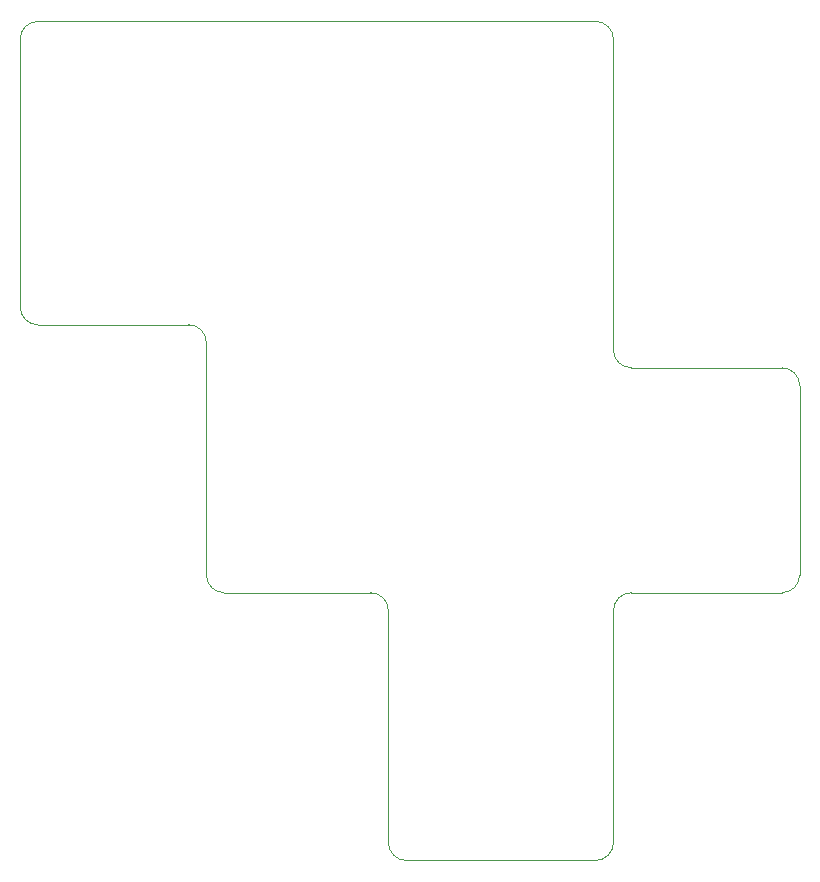
<source format=gbr>
%TF.GenerationSoftware,KiCad,Pcbnew,(6.0.7)*%
%TF.CreationDate,2023-01-05T19:36:49-06:00*%
%TF.ProjectId,OpenRectangle,4f70656e-5265-4637-9461-6e676c652e6b,rev?*%
%TF.SameCoordinates,Original*%
%TF.FileFunction,Profile,NP*%
%FSLAX46Y46*%
G04 Gerber Fmt 4.6, Leading zero omitted, Abs format (unit mm)*
G04 Created by KiCad (PCBNEW (6.0.7)) date 2023-01-05 19:36:49*
%MOMM*%
%LPD*%
G01*
G04 APERTURE LIST*
%TA.AperFunction,Profile*%
%ADD10C,0.100000*%
%TD*%
G04 APERTURE END LIST*
D10*
X307657831Y-53462869D02*
X307657936Y-27158390D01*
X288607831Y-95172869D02*
X288608659Y-75530038D01*
X323432369Y-72512869D02*
X323432369Y-56478331D01*
X307662369Y-95172869D02*
X307662447Y-75528644D01*
X321924709Y-74018668D02*
G75*
G03*
X323432369Y-72512869I1391J1506268D01*
G01*
X321922369Y-54968331D02*
X309167600Y-54968330D01*
X271692369Y-51328331D02*
X258937989Y-51328619D01*
X273197831Y-72512869D02*
X273198762Y-52840255D01*
X307657862Y-53462869D02*
G75*
G03*
X309167600Y-54968330I1504938J-531D01*
G01*
X307657923Y-27158390D02*
G75*
G03*
X306152369Y-25647869I-1505623J4890D01*
G01*
X257427831Y-27160138D02*
X257430100Y-49850600D01*
X273198759Y-52840255D02*
G75*
G03*
X271692369Y-51328331I-1506559J5355D01*
G01*
X273197840Y-72512869D02*
G75*
G03*
X274707574Y-74018355I1505960J469D01*
G01*
X287102369Y-74018331D02*
X274707574Y-74018355D01*
X309177831Y-74018331D02*
X321924709Y-74018718D01*
X306152369Y-25647869D02*
X258936776Y-25647791D01*
X323432369Y-56478331D02*
G75*
G03*
X321922369Y-54968331I-1509969J31D01*
G01*
X258936776Y-25647834D02*
G75*
G03*
X257427831Y-27160138I3224J-1512166D01*
G01*
X309177831Y-74018337D02*
G75*
G03*
X307662447Y-75528644I369J-1515763D01*
G01*
X257430126Y-49850600D02*
G75*
G03*
X258937989Y-51328619I1505074J27300D01*
G01*
X288608660Y-75530038D02*
G75*
G03*
X287102369Y-74018331I-1506560J5138D01*
G01*
X306152369Y-96682869D02*
G75*
G03*
X307662369Y-95172869I31J1509969D01*
G01*
X288607831Y-95172869D02*
G75*
G03*
X290117831Y-96682869I1509969J-31D01*
G01*
X306152369Y-96682869D02*
X290117831Y-96682869D01*
M02*

</source>
